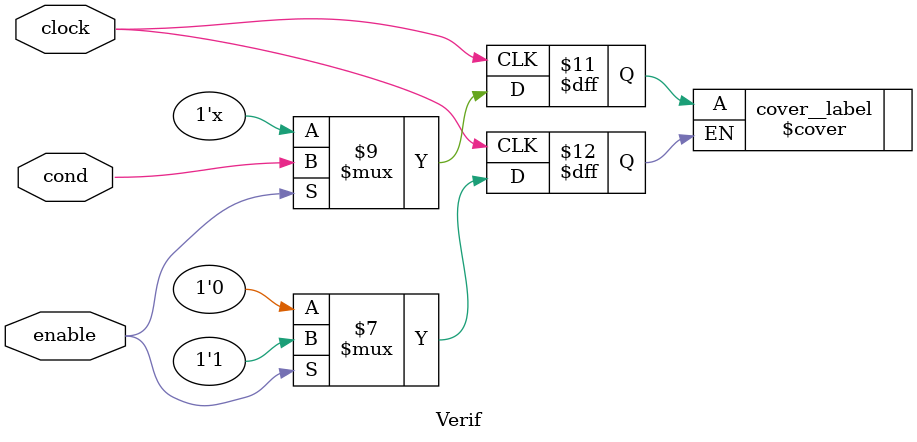
<source format=sv>
module Verif(	// <stdin>:2:3
  input clock,	// <stdin>:2:27
        cond,	// <stdin>:2:53
        enable	// <stdin>:2:80
);

  always @(posedge clock) begin	// <stdin>:3:5
    if (enable)	// <stdin>:3:5
      cover__label: cover(cond);	// <stdin>:3:5
  end // always @(posedge)
endmodule

</source>
